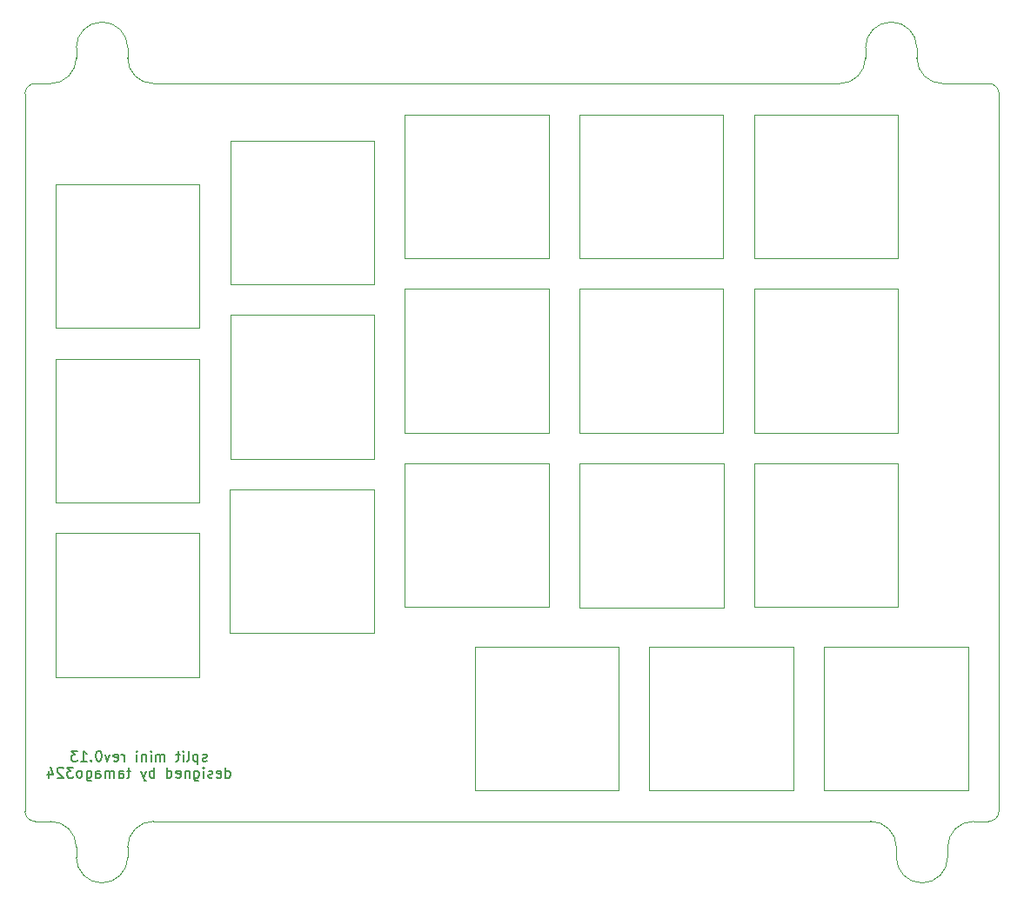
<source format=gbo>
%TF.GenerationSoftware,KiCad,Pcbnew,(6.0.9)*%
%TF.CreationDate,2023-01-09T15:03:37+09:00*%
%TF.ProjectId,split-mini__switch_plate,73706c69-742d-46d6-996e-695f5f737769,rev?*%
%TF.SameCoordinates,Original*%
%TF.FileFunction,Legend,Bot*%
%TF.FilePolarity,Positive*%
%FSLAX46Y46*%
G04 Gerber Fmt 4.6, Leading zero omitted, Abs format (unit mm)*
G04 Created by KiCad (PCBNEW (6.0.9)) date 2023-01-09 15:03:37*
%MOMM*%
%LPD*%
G01*
G04 APERTURE LIST*
%TA.AperFunction,Profile*%
%ADD10C,0.100000*%
%TD*%
%ADD11C,0.200000*%
%TA.AperFunction,Profile*%
%ADD12C,0.120000*%
%TD*%
%ADD13C,0.350000*%
%ADD14C,2.000000*%
G04 APERTURE END LIST*
D10*
X22100000Y-104650000D02*
X22100000Y-105650000D01*
X103900000Y-26800000D02*
X103900000Y-27800000D01*
X96400000Y-30300000D02*
X69500000Y-30300000D01*
X18100000Y-30300000D02*
G75*
G03*
X17100000Y-31300000I0J-1000000D01*
G01*
X18100000Y-102150000D02*
X19600000Y-102150000D01*
X101900000Y-105650000D02*
G75*
G03*
X104400000Y-108150000I2500000J0D01*
G01*
X109400000Y-102150000D02*
G75*
G03*
X106900000Y-104650000I0J-2500000D01*
G01*
X24600000Y-108150000D02*
G75*
G03*
X27100000Y-105650000I0J2500000D01*
G01*
X22100000Y-105650000D02*
G75*
G03*
X24600000Y-108150000I2500000J0D01*
G01*
X17100000Y-101150000D02*
G75*
G03*
X18100000Y-102150000I1000000J0D01*
G01*
X103900000Y-27800000D02*
G75*
G03*
X106400000Y-30300000I2500000J0D01*
G01*
X17100000Y-31300000D02*
X17100000Y-101150000D01*
X110900000Y-30300000D02*
X106400000Y-30300000D01*
X106900000Y-105650000D02*
X106900000Y-104650000D01*
X22100000Y-27800000D02*
X22100000Y-26800000D01*
X24600000Y-24300000D02*
G75*
G03*
X22100000Y-26800000I0J-2500000D01*
G01*
X109400000Y-102150000D02*
X110900000Y-102150000D01*
X96400000Y-30300000D02*
G75*
G03*
X98900000Y-27800000I0J2500000D01*
G01*
X27100000Y-26800000D02*
G75*
G03*
X24600000Y-24300000I-2500000J0D01*
G01*
X19600000Y-30300000D02*
G75*
G03*
X22100000Y-27800000I0J2500000D01*
G01*
X69500000Y-30300000D02*
X29600000Y-30300000D01*
X101900000Y-104650000D02*
X101900000Y-105650000D01*
X27100000Y-26800000D02*
X27100000Y-27800000D01*
X111900000Y-101150000D02*
X111900000Y-31300000D01*
X101900000Y-104650000D02*
G75*
G03*
X99400000Y-102150000I-2500000J0D01*
G01*
X104400000Y-108150000D02*
G75*
G03*
X106900000Y-105650000I0J2500000D01*
G01*
X111900000Y-31300000D02*
G75*
G03*
X110900000Y-30300000I-999900J100D01*
G01*
X27100000Y-105650000D02*
X27100000Y-104650000D01*
X22100000Y-104650000D02*
G75*
G03*
X19600000Y-102150000I-2500000J0D01*
G01*
X27100000Y-27800000D02*
G75*
G03*
X29600000Y-30300000I2500000J0D01*
G01*
X110900000Y-102150000D02*
G75*
G03*
X111900000Y-101150000I0J1000000D01*
G01*
X101400000Y-24300000D02*
G75*
G03*
X98900000Y-26800000I0J-2500000D01*
G01*
X29600000Y-102150000D02*
G75*
G03*
X27100000Y-104650000I0J-2500000D01*
G01*
X69500000Y-102150000D02*
X99400000Y-102150000D01*
X19600000Y-30300000D02*
X18100000Y-30300000D01*
X103900000Y-26800000D02*
G75*
G03*
X101400000Y-24300000I-2500000J0D01*
G01*
X98900000Y-27800000D02*
X98900000Y-26800000D01*
X29600000Y-102150000D02*
X69500000Y-102150000D01*
D11*
X34795238Y-96239761D02*
X34700000Y-96287380D01*
X34509523Y-96287380D01*
X34414285Y-96239761D01*
X34366666Y-96144523D01*
X34366666Y-96096904D01*
X34414285Y-96001666D01*
X34509523Y-95954047D01*
X34652380Y-95954047D01*
X34747619Y-95906428D01*
X34795238Y-95811190D01*
X34795238Y-95763571D01*
X34747619Y-95668333D01*
X34652380Y-95620714D01*
X34509523Y-95620714D01*
X34414285Y-95668333D01*
X33938095Y-95620714D02*
X33938095Y-96620714D01*
X33938095Y-95668333D02*
X33842857Y-95620714D01*
X33652380Y-95620714D01*
X33557142Y-95668333D01*
X33509523Y-95715952D01*
X33461904Y-95811190D01*
X33461904Y-96096904D01*
X33509523Y-96192142D01*
X33557142Y-96239761D01*
X33652380Y-96287380D01*
X33842857Y-96287380D01*
X33938095Y-96239761D01*
X32890476Y-96287380D02*
X32985714Y-96239761D01*
X33033333Y-96144523D01*
X33033333Y-95287380D01*
X32509523Y-96287380D02*
X32509523Y-95620714D01*
X32509523Y-95287380D02*
X32557142Y-95335000D01*
X32509523Y-95382619D01*
X32461904Y-95335000D01*
X32509523Y-95287380D01*
X32509523Y-95382619D01*
X32176190Y-95620714D02*
X31795238Y-95620714D01*
X32033333Y-95287380D02*
X32033333Y-96144523D01*
X31985714Y-96239761D01*
X31890476Y-96287380D01*
X31795238Y-96287380D01*
X30700000Y-96287380D02*
X30700000Y-95620714D01*
X30700000Y-95715952D02*
X30652380Y-95668333D01*
X30557142Y-95620714D01*
X30414285Y-95620714D01*
X30319047Y-95668333D01*
X30271428Y-95763571D01*
X30271428Y-96287380D01*
X30271428Y-95763571D02*
X30223809Y-95668333D01*
X30128571Y-95620714D01*
X29985714Y-95620714D01*
X29890476Y-95668333D01*
X29842857Y-95763571D01*
X29842857Y-96287380D01*
X29366666Y-96287380D02*
X29366666Y-95620714D01*
X29366666Y-95287380D02*
X29414285Y-95335000D01*
X29366666Y-95382619D01*
X29319047Y-95335000D01*
X29366666Y-95287380D01*
X29366666Y-95382619D01*
X28890476Y-95620714D02*
X28890476Y-96287380D01*
X28890476Y-95715952D02*
X28842857Y-95668333D01*
X28747619Y-95620714D01*
X28604761Y-95620714D01*
X28509523Y-95668333D01*
X28461904Y-95763571D01*
X28461904Y-96287380D01*
X27985714Y-96287380D02*
X27985714Y-95620714D01*
X27985714Y-95287380D02*
X28033333Y-95335000D01*
X27985714Y-95382619D01*
X27938095Y-95335000D01*
X27985714Y-95287380D01*
X27985714Y-95382619D01*
X26747619Y-96287380D02*
X26747619Y-95620714D01*
X26747619Y-95811190D02*
X26700000Y-95715952D01*
X26652380Y-95668333D01*
X26557142Y-95620714D01*
X26461904Y-95620714D01*
X25747619Y-96239761D02*
X25842857Y-96287380D01*
X26033333Y-96287380D01*
X26128571Y-96239761D01*
X26176190Y-96144523D01*
X26176190Y-95763571D01*
X26128571Y-95668333D01*
X26033333Y-95620714D01*
X25842857Y-95620714D01*
X25747619Y-95668333D01*
X25700000Y-95763571D01*
X25700000Y-95858809D01*
X26176190Y-95954047D01*
X25366666Y-95620714D02*
X25128571Y-96287380D01*
X24890476Y-95620714D01*
X24319047Y-95287380D02*
X24223809Y-95287380D01*
X24128571Y-95335000D01*
X24080952Y-95382619D01*
X24033333Y-95477857D01*
X23985714Y-95668333D01*
X23985714Y-95906428D01*
X24033333Y-96096904D01*
X24080952Y-96192142D01*
X24128571Y-96239761D01*
X24223809Y-96287380D01*
X24319047Y-96287380D01*
X24414285Y-96239761D01*
X24461904Y-96192142D01*
X24509523Y-96096904D01*
X24557142Y-95906428D01*
X24557142Y-95668333D01*
X24509523Y-95477857D01*
X24461904Y-95382619D01*
X24414285Y-95335000D01*
X24319047Y-95287380D01*
X23557142Y-96192142D02*
X23509523Y-96239761D01*
X23557142Y-96287380D01*
X23604761Y-96239761D01*
X23557142Y-96192142D01*
X23557142Y-96287380D01*
X22557142Y-96287380D02*
X23128571Y-96287380D01*
X22842857Y-96287380D02*
X22842857Y-95287380D01*
X22938095Y-95430238D01*
X23033333Y-95525476D01*
X23128571Y-95573095D01*
X22223809Y-95287380D02*
X21604761Y-95287380D01*
X21938095Y-95668333D01*
X21795238Y-95668333D01*
X21700000Y-95715952D01*
X21652380Y-95763571D01*
X21604761Y-95858809D01*
X21604761Y-96096904D01*
X21652380Y-96192142D01*
X21700000Y-96239761D01*
X21795238Y-96287380D01*
X22080952Y-96287380D01*
X22176190Y-96239761D01*
X22223809Y-96192142D01*
X36628571Y-97897380D02*
X36628571Y-96897380D01*
X36628571Y-97849761D02*
X36723809Y-97897380D01*
X36914285Y-97897380D01*
X37009523Y-97849761D01*
X37057142Y-97802142D01*
X37104761Y-97706904D01*
X37104761Y-97421190D01*
X37057142Y-97325952D01*
X37009523Y-97278333D01*
X36914285Y-97230714D01*
X36723809Y-97230714D01*
X36628571Y-97278333D01*
X35771428Y-97849761D02*
X35866666Y-97897380D01*
X36057142Y-97897380D01*
X36152380Y-97849761D01*
X36200000Y-97754523D01*
X36200000Y-97373571D01*
X36152380Y-97278333D01*
X36057142Y-97230714D01*
X35866666Y-97230714D01*
X35771428Y-97278333D01*
X35723809Y-97373571D01*
X35723809Y-97468809D01*
X36200000Y-97564047D01*
X35342857Y-97849761D02*
X35247619Y-97897380D01*
X35057142Y-97897380D01*
X34961904Y-97849761D01*
X34914285Y-97754523D01*
X34914285Y-97706904D01*
X34961904Y-97611666D01*
X35057142Y-97564047D01*
X35200000Y-97564047D01*
X35295238Y-97516428D01*
X35342857Y-97421190D01*
X35342857Y-97373571D01*
X35295238Y-97278333D01*
X35200000Y-97230714D01*
X35057142Y-97230714D01*
X34961904Y-97278333D01*
X34485714Y-97897380D02*
X34485714Y-97230714D01*
X34485714Y-96897380D02*
X34533333Y-96945000D01*
X34485714Y-96992619D01*
X34438095Y-96945000D01*
X34485714Y-96897380D01*
X34485714Y-96992619D01*
X33580952Y-97230714D02*
X33580952Y-98040238D01*
X33628571Y-98135476D01*
X33676190Y-98183095D01*
X33771428Y-98230714D01*
X33914285Y-98230714D01*
X34009523Y-98183095D01*
X33580952Y-97849761D02*
X33676190Y-97897380D01*
X33866666Y-97897380D01*
X33961904Y-97849761D01*
X34009523Y-97802142D01*
X34057142Y-97706904D01*
X34057142Y-97421190D01*
X34009523Y-97325952D01*
X33961904Y-97278333D01*
X33866666Y-97230714D01*
X33676190Y-97230714D01*
X33580952Y-97278333D01*
X33104761Y-97230714D02*
X33104761Y-97897380D01*
X33104761Y-97325952D02*
X33057142Y-97278333D01*
X32961904Y-97230714D01*
X32819047Y-97230714D01*
X32723809Y-97278333D01*
X32676190Y-97373571D01*
X32676190Y-97897380D01*
X31819047Y-97849761D02*
X31914285Y-97897380D01*
X32104761Y-97897380D01*
X32200000Y-97849761D01*
X32247619Y-97754523D01*
X32247619Y-97373571D01*
X32200000Y-97278333D01*
X32104761Y-97230714D01*
X31914285Y-97230714D01*
X31819047Y-97278333D01*
X31771428Y-97373571D01*
X31771428Y-97468809D01*
X32247619Y-97564047D01*
X30914285Y-97897380D02*
X30914285Y-96897380D01*
X30914285Y-97849761D02*
X31009523Y-97897380D01*
X31200000Y-97897380D01*
X31295238Y-97849761D01*
X31342857Y-97802142D01*
X31390476Y-97706904D01*
X31390476Y-97421190D01*
X31342857Y-97325952D01*
X31295238Y-97278333D01*
X31200000Y-97230714D01*
X31009523Y-97230714D01*
X30914285Y-97278333D01*
X29676190Y-97897380D02*
X29676190Y-96897380D01*
X29676190Y-97278333D02*
X29580952Y-97230714D01*
X29390476Y-97230714D01*
X29295238Y-97278333D01*
X29247619Y-97325952D01*
X29200000Y-97421190D01*
X29200000Y-97706904D01*
X29247619Y-97802142D01*
X29295238Y-97849761D01*
X29390476Y-97897380D01*
X29580952Y-97897380D01*
X29676190Y-97849761D01*
X28866666Y-97230714D02*
X28628571Y-97897380D01*
X28390476Y-97230714D02*
X28628571Y-97897380D01*
X28723809Y-98135476D01*
X28771428Y-98183095D01*
X28866666Y-98230714D01*
X27390476Y-97230714D02*
X27009523Y-97230714D01*
X27247619Y-96897380D02*
X27247619Y-97754523D01*
X27200000Y-97849761D01*
X27104761Y-97897380D01*
X27009523Y-97897380D01*
X26247619Y-97897380D02*
X26247619Y-97373571D01*
X26295238Y-97278333D01*
X26390476Y-97230714D01*
X26580952Y-97230714D01*
X26676190Y-97278333D01*
X26247619Y-97849761D02*
X26342857Y-97897380D01*
X26580952Y-97897380D01*
X26676190Y-97849761D01*
X26723809Y-97754523D01*
X26723809Y-97659285D01*
X26676190Y-97564047D01*
X26580952Y-97516428D01*
X26342857Y-97516428D01*
X26247619Y-97468809D01*
X25771428Y-97897380D02*
X25771428Y-97230714D01*
X25771428Y-97325952D02*
X25723809Y-97278333D01*
X25628571Y-97230714D01*
X25485714Y-97230714D01*
X25390476Y-97278333D01*
X25342857Y-97373571D01*
X25342857Y-97897380D01*
X25342857Y-97373571D02*
X25295238Y-97278333D01*
X25200000Y-97230714D01*
X25057142Y-97230714D01*
X24961904Y-97278333D01*
X24914285Y-97373571D01*
X24914285Y-97897380D01*
X24009523Y-97897380D02*
X24009523Y-97373571D01*
X24057142Y-97278333D01*
X24152380Y-97230714D01*
X24342857Y-97230714D01*
X24438095Y-97278333D01*
X24009523Y-97849761D02*
X24104761Y-97897380D01*
X24342857Y-97897380D01*
X24438095Y-97849761D01*
X24485714Y-97754523D01*
X24485714Y-97659285D01*
X24438095Y-97564047D01*
X24342857Y-97516428D01*
X24104761Y-97516428D01*
X24009523Y-97468809D01*
X23104761Y-97230714D02*
X23104761Y-98040238D01*
X23152380Y-98135476D01*
X23200000Y-98183095D01*
X23295238Y-98230714D01*
X23438095Y-98230714D01*
X23533333Y-98183095D01*
X23104761Y-97849761D02*
X23200000Y-97897380D01*
X23390476Y-97897380D01*
X23485714Y-97849761D01*
X23533333Y-97802142D01*
X23580952Y-97706904D01*
X23580952Y-97421190D01*
X23533333Y-97325952D01*
X23485714Y-97278333D01*
X23390476Y-97230714D01*
X23200000Y-97230714D01*
X23104761Y-97278333D01*
X22485714Y-97897380D02*
X22580952Y-97849761D01*
X22628571Y-97802142D01*
X22676190Y-97706904D01*
X22676190Y-97421190D01*
X22628571Y-97325952D01*
X22580952Y-97278333D01*
X22485714Y-97230714D01*
X22342857Y-97230714D01*
X22247619Y-97278333D01*
X22200000Y-97325952D01*
X22152380Y-97421190D01*
X22152380Y-97706904D01*
X22200000Y-97802142D01*
X22247619Y-97849761D01*
X22342857Y-97897380D01*
X22485714Y-97897380D01*
X21819047Y-96897380D02*
X21200000Y-96897380D01*
X21533333Y-97278333D01*
X21390476Y-97278333D01*
X21295238Y-97325952D01*
X21247619Y-97373571D01*
X21200000Y-97468809D01*
X21200000Y-97706904D01*
X21247619Y-97802142D01*
X21295238Y-97849761D01*
X21390476Y-97897380D01*
X21676190Y-97897380D01*
X21771428Y-97849761D01*
X21819047Y-97802142D01*
X20819047Y-96992619D02*
X20771428Y-96945000D01*
X20676190Y-96897380D01*
X20438095Y-96897380D01*
X20342857Y-96945000D01*
X20295238Y-96992619D01*
X20247619Y-97087857D01*
X20247619Y-97183095D01*
X20295238Y-97325952D01*
X20866666Y-97897380D01*
X20247619Y-97897380D01*
X19390476Y-97230714D02*
X19390476Y-97897380D01*
X19628571Y-96849761D02*
X19866666Y-97564047D01*
X19247619Y-97564047D01*
D12*
%TO.C,SW15*%
X102075000Y-67300000D02*
X88075000Y-67300000D01*
X88075000Y-67300000D02*
X88075000Y-81300000D01*
X102075000Y-81300000D02*
X102075000Y-67300000D01*
X88075000Y-81300000D02*
X102075000Y-81300000D01*
%TO.C,SW7*%
X51075000Y-66850000D02*
X51075000Y-52850000D01*
X51075000Y-52850000D02*
X37075000Y-52850000D01*
X37075000Y-66850000D02*
X51075000Y-66850000D01*
X37075000Y-52850000D02*
X37075000Y-66850000D01*
%TO.C,SW3*%
X54075000Y-47300000D02*
X68075000Y-47300000D01*
X68075000Y-47300000D02*
X68075000Y-33300000D01*
X54075000Y-33300000D02*
X54075000Y-47300000D01*
X68075000Y-33300000D02*
X54075000Y-33300000D01*
%TO.C,SW6*%
X34100000Y-71100000D02*
X34100000Y-57100000D01*
X20100000Y-57100000D02*
X20100000Y-71100000D01*
X34100000Y-57100000D02*
X20100000Y-57100000D01*
X20100000Y-71100000D02*
X34100000Y-71100000D01*
%TO.C,SW17*%
X77875000Y-99150000D02*
X91875000Y-99150000D01*
X91875000Y-85150000D02*
X77875000Y-85150000D01*
X77875000Y-85150000D02*
X77875000Y-99150000D01*
X91875000Y-99150000D02*
X91875000Y-85150000D01*
%TO.C,SW14*%
X71085000Y-67315000D02*
X71085000Y-81315000D01*
X71085000Y-81315000D02*
X85085000Y-81315000D01*
X85085000Y-81315000D02*
X85085000Y-67315000D01*
X85085000Y-67315000D02*
X71085000Y-67315000D01*
%TO.C,SW9*%
X85075000Y-50300000D02*
X71075000Y-50300000D01*
X71075000Y-50300000D02*
X71075000Y-64300000D01*
X71075000Y-64300000D02*
X85075000Y-64300000D01*
X85075000Y-64300000D02*
X85075000Y-50300000D01*
%TO.C,SW8*%
X54075000Y-64300000D02*
X68075000Y-64300000D01*
X68075000Y-64300000D02*
X68075000Y-50300000D01*
X68075000Y-50300000D02*
X54075000Y-50300000D01*
X54075000Y-50300000D02*
X54075000Y-64300000D01*
%TO.C,SW10*%
X102050000Y-50300000D02*
X88050000Y-50300000D01*
X88050000Y-50300000D02*
X88050000Y-64300000D01*
X88050000Y-64300000D02*
X102050000Y-64300000D01*
X102050000Y-64300000D02*
X102050000Y-50300000D01*
%TO.C,SW11*%
X20085000Y-74080000D02*
X20085000Y-88080000D01*
X34085000Y-74080000D02*
X20085000Y-74080000D01*
X20085000Y-88080000D02*
X34085000Y-88080000D01*
X34085000Y-88080000D02*
X34085000Y-74080000D01*
%TO.C,SW1*%
X20100000Y-40075000D02*
X20100000Y-54075000D01*
X34100000Y-40075000D02*
X20100000Y-40075000D01*
X20100000Y-54075000D02*
X34100000Y-54075000D01*
X34100000Y-54075000D02*
X34100000Y-40075000D01*
%TO.C,SW12*%
X51050000Y-83825000D02*
X51050000Y-69825000D01*
X37050000Y-69825000D02*
X37050000Y-83825000D01*
X51050000Y-69825000D02*
X37050000Y-69825000D01*
X37050000Y-83825000D02*
X51050000Y-83825000D01*
%TO.C,SW5*%
X102075000Y-47300000D02*
X102075000Y-33300000D01*
X88075000Y-47300000D02*
X102075000Y-47300000D01*
X88075000Y-33300000D02*
X88075000Y-47300000D01*
X102075000Y-33300000D02*
X88075000Y-33300000D01*
%TO.C,SW2*%
X37075000Y-49850000D02*
X51075000Y-49850000D01*
X37075000Y-35850000D02*
X37075000Y-49850000D01*
X51075000Y-35850000D02*
X37075000Y-35850000D01*
X51075000Y-49850000D02*
X51075000Y-35850000D01*
%TO.C,SW13*%
X54075000Y-67275000D02*
X54075000Y-81275000D01*
X54075000Y-81275000D02*
X68075000Y-81275000D01*
X68075000Y-67275000D02*
X54075000Y-67275000D01*
X68075000Y-81275000D02*
X68075000Y-67275000D01*
%TO.C,SW16*%
X60875000Y-99150000D02*
X74875000Y-99150000D01*
X60875000Y-85150000D02*
X60875000Y-99150000D01*
X74875000Y-85150000D02*
X60875000Y-85150000D01*
X74875000Y-99150000D02*
X74875000Y-85150000D01*
%TO.C,SW4*%
X85075000Y-47300000D02*
X85075000Y-33300000D01*
X85075000Y-33300000D02*
X71075000Y-33300000D01*
X71075000Y-33300000D02*
X71075000Y-47300000D01*
X71075000Y-47300000D02*
X85075000Y-47300000D01*
%TO.C,SW18*%
X94875000Y-85150000D02*
X94875000Y-99150000D01*
X108875000Y-99150000D02*
X108875000Y-85150000D01*
X94875000Y-99150000D02*
X108875000Y-99150000D01*
X108875000Y-85150000D02*
X94875000Y-85150000D01*
%TD*%
D13*
X101390000Y-26790000D03*
X104400000Y-105650000D03*
X24610000Y-105640000D03*
X24600000Y-26800000D03*
%LPC*%
D14*
%TO.C,Ref\u002A\u002A*%
X101390000Y-26790000D03*
%TD*%
%TO.C,Ref\u002A\u002A*%
X104400000Y-105650000D03*
%TD*%
%TO.C,Ref\u002A\u002A*%
X24610000Y-105640000D03*
%TD*%
%TO.C,Ref\u002A\u002A*%
X24600000Y-26800000D03*
%TD*%
M02*

</source>
